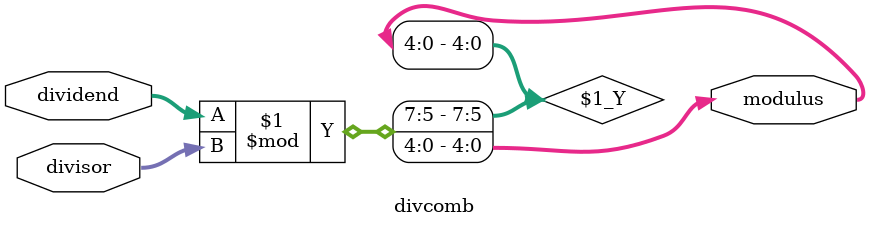
<source format=v>
module divcomb #(
       parameter NUM_DIVIDEND_BITS = 8,
       parameter NUM_DIVISOR_BITS = 5
)(
       input wire [NUM_DIVIDEND_BITS-1:0] dividend,
       input wire [NUM_DIVISOR_BITS-1:0] divisor,
       output wire [NUM_DIVISOR_BITS-1:0] modulus
);

assign modulus = dividend % divisor;

endmodule

</source>
